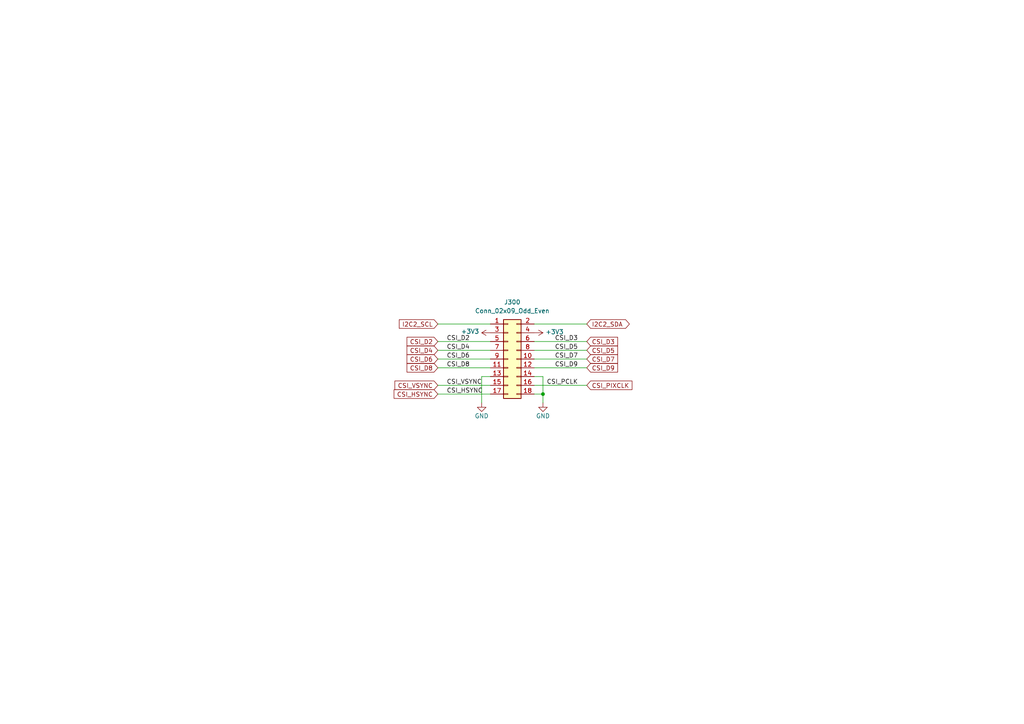
<source format=kicad_sch>
(kicad_sch (version 20210621) (generator eeschema)
  (paper "A4")
  (lib_symbols
    (symbol "Connector_Generic:Conn_02x09_Odd_Even" (pin_names (offset 1.016) hide)
      (property "Reference" "J" (at 1.27 12.7 0))
      (property "Value" "Conn_02x09_Odd_Even" (at 1.27 -12.7 0))
      (symbol "Conn_02x09_Odd_Even_1_1"
        (rectangle (start -1.27 -10.033) (end 0 -10.287) (stroke (width 0.1524)))
        (rectangle (start -1.27 -7.493) (end 0 -7.747) (stroke (width 0.1524)))
        (rectangle (start -1.27 -4.953) (end 0 -5.207) (stroke (width 0.1524)))
        (rectangle (start -1.27 -2.413) (end 0 -2.667) (stroke (width 0.1524)))
        (rectangle (start -1.27 0.127) (end 0 -0.127) (stroke (width 0.1524)))
        (rectangle (start -1.27 2.667) (end 0 2.413) (stroke (width 0.1524)))
        (rectangle (start -1.27 5.207) (end 0 4.953) (stroke (width 0.1524)))
        (rectangle (start -1.27 7.747) (end 0 7.493) (stroke (width 0.1524)))
        (rectangle (start -1.27 10.287) (end 0 10.033) (stroke (width 0.1524)))
        (rectangle (start 3.81 -10.033) (end 2.54 -10.287) (stroke (width 0.1524)))
        (rectangle (start 3.81 -7.493) (end 2.54 -7.747) (stroke (width 0.1524)))
        (rectangle (start 3.81 -4.953) (end 2.54 -5.207) (stroke (width 0.1524)))
        (rectangle (start 3.81 -2.413) (end 2.54 -2.667) (stroke (width 0.1524)))
        (rectangle (start 3.81 0.127) (end 2.54 -0.127) (stroke (width 0.1524)))
        (rectangle (start 3.81 2.667) (end 2.54 2.413) (stroke (width 0.1524)))
        (rectangle (start 3.81 5.207) (end 2.54 4.953) (stroke (width 0.1524)))
        (rectangle (start 3.81 7.747) (end 2.54 7.493) (stroke (width 0.1524)))
        (rectangle (start 3.81 10.287) (end 2.54 10.033) (stroke (width 0.1524)))
        (rectangle (start -1.27 11.43) (end 3.81 -11.43) (stroke (width 0.254)) (fill (type background)))
        (pin passive line (at -5.08 10.16 0) (length 3.81) (name "Pin_1") (number "1"))
        (pin passive line (at 7.62 0 180) (length 3.81) (name "Pin_10") (number "10"))
        (pin passive line (at -5.08 -2.54 0) (length 3.81) (name "Pin_11") (number "11"))
        (pin passive line (at 7.62 -2.54 180) (length 3.81) (name "Pin_12") (number "12"))
        (pin passive line (at -5.08 -5.08 0) (length 3.81) (name "Pin_13") (number "13"))
        (pin passive line (at 7.62 -5.08 180) (length 3.81) (name "Pin_14") (number "14"))
        (pin passive line (at -5.08 -7.62 0) (length 3.81) (name "Pin_15") (number "15"))
        (pin passive line (at 7.62 -7.62 180) (length 3.81) (name "Pin_16") (number "16"))
        (pin passive line (at -5.08 -10.16 0) (length 3.81) (name "Pin_17") (number "17"))
        (pin passive line (at 7.62 -10.16 180) (length 3.81) (name "Pin_18") (number "18"))
        (pin passive line (at 7.62 10.16 180) (length 3.81) (name "Pin_2") (number "2"))
        (pin passive line (at -5.08 7.62 0) (length 3.81) (name "Pin_3") (number "3"))
        (pin passive line (at 7.62 7.62 180) (length 3.81) (name "Pin_4") (number "4"))
        (pin passive line (at -5.08 5.08 0) (length 3.81) (name "Pin_5") (number "5"))
        (pin passive line (at 7.62 5.08 180) (length 3.81) (name "Pin_6") (number "6"))
        (pin passive line (at -5.08 2.54 0) (length 3.81) (name "Pin_7") (number "7"))
        (pin passive line (at 7.62 2.54 180) (length 3.81) (name "Pin_8") (number "8"))
        (pin passive line (at -5.08 0 0) (length 3.81) (name "Pin_9") (number "9"))
      )
    )
    (symbol "power:+3V3" (power) (pin_names (offset 0))
      (property "Value" "+3V3" (at 0 3.556 0))
      (symbol "+3V3_0_1"
        (polyline (pts (xy -0.762 1.27) (xy 0 2.54)))
        (polyline (pts (xy 0 0) (xy 0 2.54)))
        (polyline (pts (xy 0 2.54) (xy 0.762 1.27)))
      )
      (symbol "+3V3_1_1"
        (pin power_in line (at 0 0 90) (length 0) hide (name "+3V3") (number "1"))
      )
    )
    (symbol "power:GND" (power) (pin_names (offset 0))
      (property "Value" "GND" (at 0 -3.81 0))
      (symbol "GND_0_1"
        (polyline (pts (xy 0 0) (xy 0 -1.27) (xy 1.27 -1.27) (xy 0 -2.54) (xy -1.27 -1.27) (xy 0 -1.27)))
      )
      (symbol "GND_1_1"
        (pin power_in line (at 0 0 270) (length 0) hide (name "GND") (number "1"))
      )
    )
  )
  (junction (at 157.48 114.3))
  (wire (pts (xy 127 93.98) (xy 142.24 93.98)))
  (wire (pts (xy 127 99.06) (xy 142.24 99.06)))
  (wire (pts (xy 127 101.6) (xy 142.24 101.6)))
  (wire (pts (xy 127 104.14) (xy 142.24 104.14)))
  (wire (pts (xy 127 106.68) (xy 142.24 106.68)))
  (wire (pts (xy 127 111.76) (xy 142.24 111.76)))
  (wire (pts (xy 127 114.3) (xy 142.24 114.3)))
  (wire (pts (xy 139.7 109.22) (xy 139.7 116.84)))
  (wire (pts (xy 142.24 109.22) (xy 139.7 109.22)))
  (wire (pts (xy 154.94 93.98) (xy 170.18 93.98)))
  (wire (pts (xy 154.94 101.6) (xy 170.18 101.6)))
  (wire (pts (xy 154.94 109.22) (xy 157.48 109.22)))
  (wire (pts (xy 154.94 114.3) (xy 157.48 114.3)))
  (wire (pts (xy 157.48 109.22) (xy 157.48 114.3)))
  (wire (pts (xy 157.48 114.3) (xy 157.48 116.84)))
  (wire (pts (xy 170.18 99.06) (xy 154.94 99.06)))
  (wire (pts (xy 170.18 104.14) (xy 154.94 104.14)))
  (wire (pts (xy 170.18 106.68) (xy 154.94 106.68)))
  (wire (pts (xy 170.18 111.76) (xy 154.94 111.76)))
  (label "CSI_D2" (at 129.54 99.06 0))
  (label "CSI_D4" (at 129.54 101.6 0))
  (label "CSI_D6" (at 129.54 104.14 0))
  (label "CSI_D8" (at 129.54 106.68 0))
  (label "CSI_VSYNC" (at 129.54 111.76 0))
  (label "CSI_HSYNC" (at 129.54 114.3 0))
  (label "CSI_D3" (at 167.64 99.06 180))
  (label "CSI_D5" (at 167.64 101.6 180))
  (label "CSI_D7" (at 167.64 104.14 180))
  (label "CSI_D9" (at 167.64 106.68 180))
  (label "CSI_PCLK" (at 167.64 111.76 180))
  (global_label "I2C2_SCL" (shape input) (at 127 93.98 180) (property "Intersheet References" "${INTERSHEET_REFS}" (effects hide)))
  (global_label "CSI_D2" (shape input) (at 127 99.06 180) (property "Intersheet References" "${INTERSHEET_REFS}" (effects hide)))
  (global_label "CSI_D4" (shape input) (at 127 101.6 180) (property "Intersheet References" "${INTERSHEET_REFS}" (effects hide)))
  (global_label "CSI_D6" (shape input) (at 127 104.14 180) (property "Intersheet References" "${INTERSHEET_REFS}" (effects hide)))
  (global_label "CSI_D8" (shape input) (at 127 106.68 180) (property "Intersheet References" "${INTERSHEET_REFS}" (effects hide)))
  (global_label "CSI_VSYNC" (shape input) (at 127 111.76 180) (property "Intersheet References" "${INTERSHEET_REFS}" (effects hide)))
  (global_label "CSI_HSYNC" (shape input) (at 127 114.3 180) (property "Intersheet References" "${INTERSHEET_REFS}" (effects hide)))
  (global_label "I2C2_SDA" (shape bidirectional) (at 170.18 93.98 0) (property "Intersheet References" "${INTERSHEET_REFS}" (effects hide)))
  (global_label "CSI_D3" (shape input) (at 170.18 99.06 0) (property "Intersheet References" "${INTERSHEET_REFS}" (effects hide)))
  (global_label "CSI_D5" (shape input) (at 170.18 101.6 0) (property "Intersheet References" "${INTERSHEET_REFS}" (effects hide)))
  (global_label "CSI_D7" (shape input) (at 170.18 104.14 0) (property "Intersheet References" "${INTERSHEET_REFS}" (effects hide)))
  (global_label "CSI_D9" (shape input) (at 170.18 106.68 0) (property "Intersheet References" "${INTERSHEET_REFS}" (effects hide)))
  (global_label "CSI_PIXCLK" (shape input) (at 170.18 111.76 0) (property "Intersheet References" "${INTERSHEET_REFS}" (effects hide)))
  (symbol (lib_id "power:+3V3") (at 142.24 96.52 90) (unit 1)
    (property "Reference" "#PWR0108" (effects hide))
    (property "Value" "+3V3" (at 138.9888 96.139 90) (effects (justify left)))
  )
  (symbol (lib_id "power:+3V3") (at 154.94 96.52 270) (unit 1)
    (property "Reference" "#PWR0117" (effects hide))
    (property "Value" "+3V3" (at 158.1912 96.266 90) (effects (justify left)))
  )
  (symbol (lib_id "power:GND") (at 139.7 116.84 0) (unit 1)
    (property "Reference" "#PWR0109" (effects hide))
    (property "Value" "GND" (at 139.7 120.65 0))
  )
  (symbol (lib_id "power:GND") (at 157.48 116.84 0) (unit 1)
    (property "Reference" "#PWR0119" (effects hide))
    (property "Value" "GND" (at 157.48 120.65 0))
  )
  (symbol (lib_id "Connector_Generic:Conn_02x09_Odd_Even") (at 147.32 104.14 0) (unit 1)
    (property "Reference" "J300" (at 148.59 87.63 0))
    (property "Value" "Conn_02x09_Odd_Even" (at 148.59 90.17 0))
    (property "Footprint" "Connector_PinHeader_2.54mm:PinHeader_2x09_P2.54mm_Vertical" (effects hide))
  )
)
</source>
